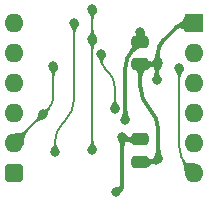
<source format=gbl>
%TF.GenerationSoftware,KiCad,Pcbnew,9.0.2*%
%TF.CreationDate,2025-06-17T11:02:49+02:00*%
%TF.ProjectId,HCP65 Native Memory Select,48435036-3520-44e6-9174-697665204d65,V0*%
%TF.SameCoordinates,Original*%
%TF.FileFunction,Copper,L2,Bot*%
%TF.FilePolarity,Positive*%
%FSLAX46Y46*%
G04 Gerber Fmt 4.6, Leading zero omitted, Abs format (unit mm)*
G04 Created by KiCad (PCBNEW 9.0.2) date 2025-06-17 11:02:49*
%MOMM*%
%LPD*%
G01*
G04 APERTURE LIST*
G04 Aperture macros list*
%AMRoundRect*
0 Rectangle with rounded corners*
0 $1 Rounding radius*
0 $2 $3 $4 $5 $6 $7 $8 $9 X,Y pos of 4 corners*
0 Add a 4 corners polygon primitive as box body*
4,1,4,$2,$3,$4,$5,$6,$7,$8,$9,$2,$3,0*
0 Add four circle primitives for the rounded corners*
1,1,$1+$1,$2,$3*
1,1,$1+$1,$4,$5*
1,1,$1+$1,$6,$7*
1,1,$1+$1,$8,$9*
0 Add four rect primitives between the rounded corners*
20,1,$1+$1,$2,$3,$4,$5,0*
20,1,$1+$1,$4,$5,$6,$7,0*
20,1,$1+$1,$6,$7,$8,$9,0*
20,1,$1+$1,$8,$9,$2,$3,0*%
G04 Aperture macros list end*
%TA.AperFunction,ComponentPad*%
%ADD10R,1.600000X1.600000*%
%TD*%
%TA.AperFunction,ComponentPad*%
%ADD11O,1.600000X1.600000*%
%TD*%
%TA.AperFunction,ComponentPad*%
%ADD12RoundRect,0.400000X-0.400000X-0.400000X0.400000X-0.400000X0.400000X0.400000X-0.400000X0.400000X0*%
%TD*%
%TA.AperFunction,SMDPad,CuDef*%
%ADD13RoundRect,0.250000X-0.475000X0.250000X-0.475000X-0.250000X0.475000X-0.250000X0.475000X0.250000X0*%
%TD*%
%TA.AperFunction,ViaPad*%
%ADD14C,0.800000*%
%TD*%
%TA.AperFunction,Conductor*%
%ADD15C,0.380000*%
%TD*%
%TA.AperFunction,Conductor*%
%ADD16C,0.200000*%
%TD*%
G04 APERTURE END LIST*
D10*
%TO.P,J2,12,Pin_12*%
%TO.N,GND*%
X15240000Y0D03*
D11*
%TO.P,J2,11,Pin_11*%
%TO.N,~{Native Latch}*%
X15240000Y-2540000D03*
%TO.P,J2,10,Pin_10*%
%TO.N,unconnected-(J2-Pin_10-Pad10)*%
X15240000Y-5080000D03*
%TO.P,J2,9,Pin_9*%
%TO.N,~{ROM_{OUT}}*%
X15240000Y-7620000D03*
%TO.P,J2,8,Pin_8*%
%TO.N,unconnected-(J2-Pin_8-Pad8)*%
X15240000Y-10160000D03*
%TO.P,J2,7,Pin_7*%
%TO.N,~{RAM_{OUT}}*%
X15240000Y-12700000D03*
D12*
%TO.P,J2,6,Pin_6*%
%TO.N,3.3V*%
X0Y-12700000D03*
D11*
%TO.P,J2,5,Pin_5*%
%TO.N,~{ROM}_{IN}*%
X0Y-10160000D03*
%TO.P,J2,4,Pin_4*%
%TO.N,5V*%
X0Y-7620000D03*
%TO.P,J2,3,Pin_3*%
%TO.N,~{RAM}_{IN}*%
X0Y-5080000D03*
%TO.P,J2,2,Pin_2*%
%TO.N,unconnected-(J2-Pin_2-Pad2)*%
X0Y-2540000D03*
%TO.P,J2,1,Pin_1*%
%TO.N,Native Latch*%
X0Y0D03*
%TD*%
D13*
%TO.P,C2,2*%
%TO.N,GND*%
X10668000Y-3506000D03*
%TO.P,C2,1*%
%TO.N,5V*%
X10668000Y-1606000D03*
%TD*%
%TO.P,C1,2*%
%TO.N,GND*%
X10668000Y-11761000D03*
%TO.P,C1,1*%
%TO.N,3.3V*%
X10668000Y-9861000D03*
%TD*%
D14*
%TO.N,GND*%
X12065000Y-4866998D03*
X12128626Y-3366998D03*
%TO.N,~{RAM_{OUT}}*%
X13970000Y-3810000D03*
%TO.N,Native Latch*%
X5080000Y0D03*
X3429000Y-10922000D03*
%TO.N,~{RAM}_{IN}*%
X7366000Y-2667000D03*
%TO.N,GND*%
X12192000Y-11557000D03*
%TO.N,~{ROM}_{IN}*%
X2413000Y-7747000D03*
%TO.N,~{RAM}_{IN}*%
X8509000Y-7243000D03*
%TO.N,3.3V*%
X8636000Y-14351000D03*
X9144000Y-9652000D03*
%TO.N,~{ROM}_{IN}*%
X3302000Y-3683000D03*
%TO.N,5V*%
X9398000Y-8255000D03*
%TO.N,~{Native Latch}*%
X6604000Y-10795000D03*
X6604000Y-1397000D03*
X6604000Y1143000D03*
%TO.N,5V*%
X10668000Y-762000D03*
%TD*%
D15*
%TO.N,3.3V*%
X9248500Y-9756500D02*
G75*
G03*
X9500785Y-9861006I252300J252300D01*
G01*
X9144000Y-13483789D02*
G75*
G02*
X8890003Y-14097003I-867200J-11D01*
G01*
%TO.N,5V*%
X10668000Y-1184000D02*
G75*
G02*
X10369601Y-1904400I-1018800J0D01*
G01*
X10033000Y-2241000D02*
G75*
G03*
X9398011Y-3774025I1533000J-1533000D01*
G01*
%TO.N,GND*%
X10668000Y-5399369D02*
G75*
G03*
X11430000Y-7239000I2601630J-1D01*
G01*
X12096813Y-3398811D02*
G75*
G03*
X12065005Y-3475614I76787J-76789D01*
G01*
X12628068Y-1431931D02*
G75*
G03*
X12123848Y-2649186I1217232J-1217269D01*
G01*
X12123865Y-3358870D02*
G75*
G03*
X12126229Y-3364633I8135J-30D01*
G01*
X11328812Y-3506000D02*
G75*
G03*
X10668000Y-4166812I-12J-660800D01*
G01*
X11430000Y-7239000D02*
G75*
G02*
X12191987Y-9078630I-1839600J-1839600D01*
G01*
X12090000Y-11659000D02*
G75*
G02*
X11843750Y-11761021I-246300J246300D01*
G01*
X14650000Y0D02*
G75*
G03*
X13642804Y-417191I0J-1424400D01*
G01*
X12059125Y-3436499D02*
G75*
G02*
X11891334Y-3506022I-167825J167799D01*
G01*
D16*
%TO.N,~{RAM_{OUT}}*%
X13970000Y-10531974D02*
G75*
G03*
X14605001Y-12064999I2168030J4D01*
G01*
%TO.N,~{RAM}_{IN}*%
X7366000Y-3111500D02*
G75*
G03*
X7680312Y-3870304I1073100J0D01*
G01*
X7937500Y-4127500D02*
G75*
G02*
X8508990Y-5507223I-1379700J-1379700D01*
G01*
%TO.N,Native Latch*%
X5080000Y-6325566D02*
G75*
G02*
X4254498Y-8318498I-2818440J6D01*
G01*
X4057617Y-8515382D02*
G75*
G03*
X3428998Y-10033000I1517613J-1517618D01*
G01*
%TO.N,~{ROM}_{IN}*%
X3302000Y-6229382D02*
G75*
G02*
X2857499Y-7302499I-1517620J2D01*
G01*
D15*
%TO.N,GND*%
X12065000Y-3475614D02*
X12065000Y-4866998D01*
X12128626Y-3366998D02*
X12059125Y-3436499D01*
X11328812Y-3506000D02*
X11891334Y-3506000D01*
X12126245Y-3364617D02*
X12128626Y-3366998D01*
X12096813Y-3398811D02*
X12128626Y-3366998D01*
X12123865Y-2649186D02*
X12123865Y-3358870D01*
X12628068Y-1431931D02*
X13642806Y-417193D01*
D16*
%TO.N,~{RAM_{OUT}}*%
X13970000Y-3810000D02*
X13970000Y-10531974D01*
X14605000Y-12065000D02*
X15240000Y-12700000D01*
%TO.N,~{Native Latch}*%
X6604000Y-1397000D02*
X6604000Y-10795000D01*
X6604000Y-1397000D02*
X6604000Y1143000D01*
%TO.N,Native Latch*%
X5080000Y0D02*
X5080000Y-6325566D01*
X3429000Y-10922000D02*
X3429000Y-10033000D01*
X4254499Y-8318499D02*
X4057617Y-8515382D01*
D15*
%TO.N,GND*%
X12192000Y-11557000D02*
X12192000Y-9078630D01*
X10668000Y-5399369D02*
X10668000Y-4166812D01*
X12192000Y-11557000D02*
X12090000Y-11659000D01*
X11843750Y-11761000D02*
X10668000Y-11761000D01*
D16*
%TO.N,~{ROM}_{IN}*%
X2413000Y-7747000D02*
X0Y-10160000D01*
D15*
%TO.N,5V*%
X9398000Y-8255000D02*
X9398000Y-3774025D01*
X10369600Y-1904399D02*
X10033000Y-2241000D01*
%TO.N,3.3V*%
X9248500Y-9756500D02*
X9144000Y-9652000D01*
X9500785Y-9861000D02*
X10668000Y-9861000D01*
X9144000Y-13483789D02*
X9144000Y-9652000D01*
X8636000Y-14351000D02*
X8890000Y-14097000D01*
D16*
%TO.N,~{ROM}_{IN}*%
X3302000Y-3683000D02*
X3302000Y-6229382D01*
X2413000Y-7747000D02*
X2857500Y-7302500D01*
D15*
%TO.N,5V*%
X10668000Y-1184000D02*
X10668000Y-762000D01*
D16*
%TO.N,~{RAM}_{IN}*%
X7680308Y-3870308D02*
X7937500Y-4127500D01*
X8509000Y-7243000D02*
X8509000Y-5507223D01*
X7366000Y-3111500D02*
X7366000Y-2667000D01*
%TD*%
%TA.AperFunction,Conductor*%
%TO.N,3.3V*%
G36*
X9375241Y-9326976D02*
G01*
X9376196Y-9327690D01*
X9485336Y-9418321D01*
X9486771Y-9419739D01*
X9565040Y-9511709D01*
X9651096Y-9606227D01*
X9651097Y-9606228D01*
X9690030Y-9632322D01*
X9737376Y-9652324D01*
X9737379Y-9652324D01*
X9737380Y-9652325D01*
X9746549Y-9654310D01*
X9801306Y-9666165D01*
X9871180Y-9670342D01*
X9879234Y-9674256D01*
X9882182Y-9682021D01*
X9882182Y-10039668D01*
X9878755Y-10047941D01*
X9870856Y-10051362D01*
X9690768Y-10057127D01*
X9690736Y-10057129D01*
X9551909Y-10069690D01*
X9529199Y-10072056D01*
X9528543Y-10072106D01*
X9343900Y-10080885D01*
X9342353Y-10080856D01*
X9239421Y-10072106D01*
X9223679Y-10070767D01*
X9222737Y-10070648D01*
X9142242Y-10057127D01*
X9077824Y-10046306D01*
X9070233Y-10041556D01*
X9068224Y-10032830D01*
X9068281Y-10032514D01*
X9137105Y-9682021D01*
X9142546Y-9654308D01*
X9144310Y-9650047D01*
X9359007Y-9330170D01*
X9366462Y-9325211D01*
X9375241Y-9326976D01*
G37*
%TD.AperFunction*%
%TD*%
%TA.AperFunction,Conductor*%
%TO.N,3.3V*%
G36*
X9285547Y-13761056D02*
G01*
X9292992Y-13766031D01*
X9294739Y-13774813D01*
X9294615Y-13775368D01*
X9268950Y-13878052D01*
X9268552Y-13879329D01*
X9236136Y-13965639D01*
X9235385Y-13967254D01*
X9163102Y-14095980D01*
X9162782Y-14096515D01*
X9152488Y-14112753D01*
X9082638Y-14243214D01*
X9082637Y-14243216D01*
X9053764Y-14324816D01*
X9030965Y-14418177D01*
X9025673Y-14425401D01*
X9017345Y-14426882D01*
X8640589Y-14352919D01*
X8633131Y-14347962D01*
X8633103Y-14347921D01*
X8420709Y-14028833D01*
X8418978Y-14020047D01*
X8423966Y-14012610D01*
X8424616Y-14012207D01*
X8485016Y-13977653D01*
X8486398Y-13976980D01*
X8553386Y-13949660D01*
X8554845Y-13949175D01*
X8678459Y-13917061D01*
X8678641Y-13917016D01*
X8739270Y-13903028D01*
X8823239Y-13868945D01*
X8854793Y-13843538D01*
X8881944Y-13808854D01*
X8906399Y-13757452D01*
X8922034Y-13699861D01*
X8927508Y-13692775D01*
X8935605Y-13691452D01*
X9285547Y-13761056D01*
G37*
%TD.AperFunction*%
%TD*%
%TA.AperFunction,Conductor*%
%TO.N,GND*%
G36*
X10676239Y-3513173D02*
G01*
X11115359Y-3948804D01*
X11149757Y-3982929D01*
X11153217Y-3991188D01*
X11149823Y-3999475D01*
X11144083Y-4002650D01*
X11096704Y-4013299D01*
X11053444Y-4034212D01*
X11053437Y-4034217D01*
X11007061Y-4071799D01*
X11007059Y-4071801D01*
X11007057Y-4071803D01*
X10968176Y-4119736D01*
X10968172Y-4119741D01*
X10925178Y-4199165D01*
X10894213Y-4286022D01*
X10868045Y-4405791D01*
X10868042Y-4405808D01*
X10859069Y-4494115D01*
X10854823Y-4501999D01*
X10847429Y-4504632D01*
X10489599Y-4504632D01*
X10481326Y-4501205D01*
X10477899Y-4493034D01*
X10477777Y-4479130D01*
X10477494Y-4446756D01*
X10453695Y-4289997D01*
X10405934Y-4162295D01*
X10375262Y-4119741D01*
X10342106Y-4073740D01*
X10342104Y-4073738D01*
X10284264Y-4034216D01*
X10264187Y-4020497D01*
X10264181Y-4020495D01*
X10218860Y-4006332D01*
X10192547Y-4003587D01*
X10184674Y-3999320D01*
X10182124Y-3990736D01*
X10185519Y-3983646D01*
X10659760Y-3513173D01*
X10668047Y-3509780D01*
X10676239Y-3513173D01*
G37*
%TD.AperFunction*%
%TD*%
%TA.AperFunction,Conductor*%
%TO.N,GND*%
G36*
X11976280Y-11234213D02*
G01*
X11976980Y-11235151D01*
X12191687Y-11555044D01*
X12193453Y-11559310D01*
X12267712Y-11937480D01*
X12265943Y-11946258D01*
X12258485Y-11951215D01*
X12258136Y-11951278D01*
X12109292Y-11975846D01*
X12108256Y-11975970D01*
X11987314Y-11984980D01*
X11985671Y-11984986D01*
X11788027Y-11971883D01*
X11787500Y-11971836D01*
X11727433Y-11965116D01*
X11462916Y-11951568D01*
X11454828Y-11947722D01*
X11451814Y-11939883D01*
X11451814Y-11581615D01*
X11455241Y-11573342D01*
X11462377Y-11569970D01*
X11572607Y-11559228D01*
X11656204Y-11526473D01*
X11717547Y-11476577D01*
X11771583Y-11413381D01*
X11847643Y-11325662D01*
X11849011Y-11324326D01*
X11959808Y-11232655D01*
X11968365Y-11230023D01*
X11976280Y-11234213D01*
G37*
%TD.AperFunction*%
%TD*%
%TA.AperFunction,Conductor*%
%TO.N,GND*%
G36*
X14455384Y625720D02*
G01*
X15230463Y8857D01*
X15234802Y1023D01*
X15232332Y-7584D01*
X15231450Y-8571D01*
X14458337Y-781663D01*
X14450064Y-785090D01*
X14441791Y-781663D01*
X14438410Y-774430D01*
X14434003Y-725029D01*
X14419267Y-667068D01*
X14419264Y-667060D01*
X14395105Y-614254D01*
X14395102Y-614250D01*
X14363350Y-569886D01*
X14318920Y-528514D01*
X14278850Y-503606D01*
X14267850Y-496768D01*
X14199057Y-469794D01*
X14128232Y-454778D01*
X14126454Y-454401D01*
X14126453Y-454400D01*
X14126444Y-454399D01*
X14041643Y-449014D01*
X14041632Y-449015D01*
X14041630Y-449015D01*
X14041628Y-449015D01*
X14001571Y-451896D01*
X13961510Y-454778D01*
X13851716Y-484157D01*
X13842838Y-482985D01*
X13840280Y-480987D01*
X13829460Y-469794D01*
X13591541Y-223663D01*
X13588255Y-215333D01*
X13591821Y-207119D01*
X13594254Y-205312D01*
X13826709Y-75793D01*
X14064698Y95793D01*
X14243801Y261208D01*
X14289284Y318500D01*
X14359329Y406730D01*
X14359332Y406735D01*
X14390385Y469201D01*
X14421089Y530964D01*
X14436577Y618602D01*
X14441391Y626152D01*
X14450134Y628086D01*
X14455384Y625720D01*
G37*
%TD.AperFunction*%
%TD*%
%TA.AperFunction,Conductor*%
%TO.N,GND*%
G36*
X12252182Y-4078111D02*
G01*
X12255592Y-4085760D01*
X12262283Y-4210999D01*
X12273481Y-4269119D01*
X12282006Y-4313369D01*
X12282007Y-4313371D01*
X12310973Y-4395036D01*
X12310973Y-4395038D01*
X12345945Y-4469151D01*
X12346026Y-4469326D01*
X12401434Y-4591939D01*
X12402030Y-4593572D01*
X12453873Y-4776802D01*
X12452828Y-4785695D01*
X12445800Y-4791245D01*
X12444926Y-4791457D01*
X12067311Y-4867532D01*
X12062689Y-4867532D01*
X11685038Y-4791450D01*
X11677605Y-4786456D01*
X11675879Y-4777669D01*
X11676082Y-4776827D01*
X11725735Y-4599417D01*
X11726325Y-4597786D01*
X11783974Y-4469326D01*
X11784041Y-4469180D01*
X11812485Y-4409874D01*
X11857179Y-4275612D01*
X11870272Y-4186854D01*
X11874528Y-4085891D01*
X11878301Y-4077770D01*
X11886218Y-4074684D01*
X12243909Y-4074684D01*
X12252182Y-4078111D01*
G37*
%TD.AperFunction*%
%TD*%
%TA.AperFunction,Conductor*%
%TO.N,GND*%
G36*
X12508799Y-3442588D02*
G01*
X12516231Y-3447581D01*
X12517957Y-3456368D01*
X12517806Y-3457017D01*
X12491656Y-3557014D01*
X12491171Y-3558472D01*
X12455956Y-3644825D01*
X12455110Y-3646500D01*
X12375727Y-3776628D01*
X12375598Y-3776834D01*
X12318858Y-3865637D01*
X12318853Y-3865647D01*
X12272995Y-3984637D01*
X12272992Y-3984648D01*
X12259749Y-4063001D01*
X12259748Y-4063007D01*
X12256856Y-4121655D01*
X12255559Y-4147988D01*
X12255549Y-4148188D01*
X12251719Y-4156283D01*
X12243863Y-4159312D01*
X11886330Y-4159312D01*
X11878057Y-4155885D01*
X11874636Y-4147988D01*
X11870312Y-4013440D01*
X11866841Y-3984641D01*
X11857224Y-3904845D01*
X11846842Y-3865637D01*
X11811703Y-3732923D01*
X11811699Y-3732912D01*
X11811697Y-3732903D01*
X11800296Y-3696712D01*
X11800118Y-3696088D01*
X11739342Y-3456956D01*
X11740626Y-3448094D01*
X11747800Y-3442734D01*
X11748348Y-3442609D01*
X12126318Y-3366463D01*
X12130934Y-3366463D01*
X12508799Y-3442588D01*
G37*
%TD.AperFunction*%
%TD*%
%TA.AperFunction,Conductor*%
%TO.N,GND*%
G36*
X11242261Y-3037300D02*
G01*
X11243862Y-3039880D01*
X11243879Y-3039872D01*
X11243994Y-3040095D01*
X11244034Y-3040158D01*
X11244066Y-3040233D01*
X11270515Y-3091112D01*
X11306595Y-3135602D01*
X11306602Y-3135609D01*
X11362832Y-3182757D01*
X11362837Y-3182760D01*
X11362840Y-3182763D01*
X11428792Y-3221350D01*
X11428797Y-3221352D01*
X11428801Y-3221354D01*
X11529461Y-3261664D01*
X11529463Y-3261664D01*
X11529467Y-3261666D01*
X11635284Y-3289310D01*
X11774643Y-3310167D01*
X11774641Y-3310167D01*
X11819371Y-3312426D01*
X11879163Y-3315446D01*
X11887253Y-3319286D01*
X11890273Y-3327062D01*
X11892391Y-3684380D01*
X11889013Y-3692673D01*
X11880846Y-3696148D01*
X11865694Y-3696348D01*
X11865684Y-3696348D01*
X11865681Y-3696349D01*
X11742480Y-3709025D01*
X11667373Y-3716753D01*
X11495770Y-3762270D01*
X11369961Y-3824629D01*
X11286338Y-3899349D01*
X11286336Y-3899351D01*
X11245517Y-3974384D01*
X11238553Y-3980014D01*
X11229648Y-3979071D01*
X11227707Y-3977746D01*
X11134525Y-3899349D01*
X10893003Y-3696148D01*
X10677642Y-3514957D01*
X10673517Y-3507008D01*
X10676221Y-3498472D01*
X10677634Y-3497058D01*
X11225776Y-3035878D01*
X11234312Y-3033175D01*
X11242261Y-3037300D01*
G37*
%TD.AperFunction*%
%TD*%
%TA.AperFunction,Conductor*%
%TO.N,GND*%
G36*
X11912912Y-3044165D02*
G01*
X11913386Y-3044821D01*
X12126907Y-3362948D01*
X12128672Y-3371727D01*
X12128662Y-3371779D01*
X12052831Y-3748186D01*
X12047837Y-3755619D01*
X12039400Y-3757409D01*
X11723678Y-3703720D01*
X11418558Y-3695973D01*
X11418549Y-3695973D01*
X11418136Y-3695973D01*
X11373270Y-3695994D01*
X11364996Y-3692571D01*
X11361565Y-3684299D01*
X11361565Y-3326886D01*
X11364992Y-3318613D01*
X11372420Y-3315217D01*
X11493655Y-3306473D01*
X11586760Y-3278940D01*
X11658823Y-3234971D01*
X11727785Y-3176135D01*
X11753786Y-3152961D01*
X11754371Y-3152474D01*
X11896496Y-3042099D01*
X11905131Y-3039732D01*
X11912912Y-3044165D01*
G37*
%TD.AperFunction*%
%TD*%
%TA.AperFunction,Conductor*%
%TO.N,GND*%
G36*
X12302885Y-2652084D02*
G01*
X12311101Y-2655644D01*
X12314381Y-2663204D01*
X12319808Y-2772921D01*
X12339711Y-2863215D01*
X12354123Y-2897504D01*
X12369758Y-2934701D01*
X12369763Y-2934711D01*
X12406080Y-2998802D01*
X12406252Y-2999117D01*
X12470446Y-3120966D01*
X12471093Y-3122427D01*
X12497585Y-3195417D01*
X12497940Y-3196582D01*
X12517982Y-3277082D01*
X12516656Y-3285938D01*
X12509456Y-3291262D01*
X12508940Y-3291379D01*
X12130921Y-3367531D01*
X12126299Y-3367531D01*
X11748771Y-3291472D01*
X11741338Y-3286478D01*
X11739612Y-3277691D01*
X11739837Y-3276771D01*
X11786687Y-3114797D01*
X11787381Y-3112982D01*
X11843603Y-2996437D01*
X11843749Y-2996146D01*
X11866954Y-2951834D01*
X11882811Y-2909845D01*
X11913252Y-2829245D01*
X11913253Y-2829241D01*
X11927521Y-2748620D01*
X11933197Y-2657262D01*
X11937130Y-2649218D01*
X11945060Y-2646290D01*
X12302885Y-2652084D01*
G37*
%TD.AperFunction*%
%TD*%
%TA.AperFunction,Conductor*%
%TO.N,~{RAM_{OUT}}*%
G36*
X14350070Y-3885569D02*
G01*
X14357503Y-3890563D01*
X14359229Y-3899350D01*
X14359053Y-3900093D01*
X14331442Y-4002213D01*
X14330857Y-4003871D01*
X14292550Y-4090930D01*
X14291515Y-4092799D01*
X14203162Y-4222679D01*
X14203052Y-4222837D01*
X14134335Y-4320353D01*
X14088068Y-4434937D01*
X14074758Y-4510332D01*
X14074757Y-4510341D01*
X14070574Y-4591218D01*
X14066725Y-4599303D01*
X14058890Y-4602314D01*
X13880785Y-4602314D01*
X13872512Y-4598887D01*
X13869124Y-4591565D01*
X13862502Y-4510332D01*
X13859042Y-4467880D01*
X13829688Y-4368287D01*
X13829686Y-4368283D01*
X13787213Y-4290821D01*
X13736886Y-4222752D01*
X13728276Y-4211383D01*
X13698724Y-4172359D01*
X13697950Y-4171197D01*
X13651195Y-4090930D01*
X13628140Y-4051350D01*
X13627295Y-4049568D01*
X13600407Y-3977822D01*
X13600018Y-3976578D01*
X13580688Y-3899939D01*
X13581988Y-3891083D01*
X13589171Y-3885736D01*
X13589713Y-3885612D01*
X13967692Y-3809465D01*
X13972308Y-3809465D01*
X14350070Y-3885569D01*
G37*
%TD.AperFunction*%
%TD*%
%TA.AperFunction,Conductor*%
%TO.N,~{RAM_{OUT}}*%
G36*
X14351835Y-11568672D02*
G01*
X14415232Y-11666416D01*
X14483924Y-11746780D01*
X14553175Y-11804257D01*
X14553179Y-11804259D01*
X14553181Y-11804261D01*
X14624316Y-11842667D01*
X14624320Y-11842668D01*
X14624322Y-11842669D01*
X14698632Y-11865800D01*
X14698634Y-11865800D01*
X14698639Y-11865802D01*
X14777461Y-11877474D01*
X14953846Y-11881653D01*
X15161998Y-11885566D01*
X15163257Y-11885657D01*
X15383641Y-11913785D01*
X15391414Y-11918232D01*
X15393766Y-11926872D01*
X15393637Y-11927664D01*
X15242022Y-12693180D01*
X15237053Y-12700630D01*
X15232814Y-12702385D01*
X14467324Y-12853709D01*
X14458543Y-12851951D01*
X14453577Y-12844500D01*
X14453495Y-12844033D01*
X14412743Y-12582594D01*
X14412647Y-12581789D01*
X14395753Y-12375996D01*
X14392951Y-12333496D01*
X14369694Y-12133344D01*
X14347030Y-12040250D01*
X14311673Y-11938238D01*
X14254256Y-11810554D01*
X14177990Y-11669357D01*
X14177074Y-11660451D01*
X14182433Y-11653668D01*
X14336171Y-11564906D01*
X14345047Y-11563738D01*
X14351835Y-11568672D01*
G37*
%TD.AperFunction*%
%TD*%
%TA.AperFunction,Conductor*%
%TO.N,~{Native Latch}*%
G36*
X6701488Y-10006113D02*
G01*
X6704876Y-10013435D01*
X6714958Y-10137120D01*
X6744312Y-10236714D01*
X6744313Y-10236716D01*
X6786785Y-10314178D01*
X6837113Y-10382247D01*
X6837168Y-10382319D01*
X6875272Y-10432635D01*
X6876049Y-10433801D01*
X6945858Y-10553647D01*
X6946704Y-10555430D01*
X6973592Y-10627177D01*
X6973981Y-10628421D01*
X6993311Y-10705056D01*
X6992011Y-10713916D01*
X6984828Y-10719263D01*
X6984277Y-10719388D01*
X6606311Y-10795534D01*
X6601689Y-10795534D01*
X6223929Y-10719430D01*
X6216496Y-10714436D01*
X6214770Y-10705649D01*
X6214946Y-10704906D01*
X6235797Y-10627789D01*
X6242559Y-10602778D01*
X6243139Y-10601135D01*
X6281451Y-10514062D01*
X6282480Y-10512203D01*
X6370887Y-10382247D01*
X6370917Y-10382203D01*
X6439665Y-10284644D01*
X6485932Y-10170062D01*
X6499241Y-10094673D01*
X6503426Y-10013782D01*
X6507275Y-10005697D01*
X6515110Y-10002686D01*
X6693215Y-10002686D01*
X6701488Y-10006113D01*
G37*
%TD.AperFunction*%
%TD*%
%TA.AperFunction,Conductor*%
%TO.N,~{Native Latch}*%
G36*
X6984070Y-1472569D02*
G01*
X6991503Y-1477563D01*
X6993229Y-1486350D01*
X6993053Y-1487093D01*
X6965442Y-1589213D01*
X6964857Y-1590871D01*
X6926550Y-1677930D01*
X6925515Y-1679799D01*
X6837162Y-1809679D01*
X6837052Y-1809837D01*
X6768335Y-1907353D01*
X6722068Y-2021937D01*
X6708758Y-2097332D01*
X6708757Y-2097341D01*
X6704574Y-2178218D01*
X6700725Y-2186303D01*
X6692890Y-2189314D01*
X6514785Y-2189314D01*
X6506512Y-2185887D01*
X6503124Y-2178565D01*
X6496502Y-2097332D01*
X6493042Y-2054880D01*
X6463688Y-1955287D01*
X6463686Y-1955283D01*
X6421213Y-1877821D01*
X6370886Y-1809752D01*
X6362276Y-1798383D01*
X6332724Y-1759359D01*
X6331950Y-1758197D01*
X6285195Y-1677930D01*
X6262140Y-1638350D01*
X6261295Y-1636568D01*
X6234407Y-1564822D01*
X6234018Y-1563578D01*
X6214688Y-1486939D01*
X6215988Y-1478083D01*
X6223171Y-1472736D01*
X6223713Y-1472612D01*
X6601692Y-1396465D01*
X6606308Y-1396465D01*
X6984070Y-1472569D01*
G37*
%TD.AperFunction*%
%TD*%
%TA.AperFunction,Conductor*%
%TO.N,~{Native Latch}*%
G36*
X6701488Y-608113D02*
G01*
X6704876Y-615435D01*
X6714958Y-739120D01*
X6744312Y-838714D01*
X6744313Y-838716D01*
X6786785Y-916178D01*
X6837113Y-984247D01*
X6837168Y-984319D01*
X6875272Y-1034635D01*
X6876049Y-1035801D01*
X6945858Y-1155647D01*
X6946704Y-1157430D01*
X6973592Y-1229177D01*
X6973981Y-1230421D01*
X6993311Y-1307056D01*
X6992011Y-1315916D01*
X6984828Y-1321263D01*
X6984277Y-1321388D01*
X6606311Y-1397534D01*
X6601689Y-1397534D01*
X6223929Y-1321430D01*
X6216496Y-1316436D01*
X6214770Y-1307649D01*
X6214946Y-1306906D01*
X6235797Y-1229789D01*
X6242559Y-1204778D01*
X6243139Y-1203135D01*
X6281451Y-1116062D01*
X6282480Y-1114203D01*
X6370887Y-984247D01*
X6370917Y-984203D01*
X6439665Y-886644D01*
X6485932Y-772062D01*
X6499241Y-696673D01*
X6503426Y-615782D01*
X6507275Y-607697D01*
X6515110Y-604686D01*
X6693215Y-604686D01*
X6701488Y-608113D01*
G37*
%TD.AperFunction*%
%TD*%
%TA.AperFunction,Conductor*%
%TO.N,~{Native Latch}*%
G36*
X6984070Y1067430D02*
G01*
X6991503Y1062436D01*
X6993229Y1053649D01*
X6993053Y1052906D01*
X6965442Y950786D01*
X6964857Y949128D01*
X6926550Y862069D01*
X6925515Y860200D01*
X6872183Y781801D01*
X6837106Y730237D01*
X6789148Y662180D01*
X6768334Y632643D01*
X6748982Y584716D01*
X6722068Y518062D01*
X6716253Y485120D01*
X6708758Y442667D01*
X6708757Y442658D01*
X6704574Y361782D01*
X6700725Y353697D01*
X6692890Y350686D01*
X6514785Y350686D01*
X6506512Y354113D01*
X6503124Y361435D01*
X6496502Y442667D01*
X6493042Y485120D01*
X6463688Y584713D01*
X6421213Y662180D01*
X6370894Y730236D01*
X6332719Y780646D01*
X6331958Y781788D01*
X6262138Y901652D01*
X6261297Y903424D01*
X6234405Y975182D01*
X6234021Y976411D01*
X6214688Y1053059D01*
X6215988Y1061916D01*
X6223171Y1067263D01*
X6223722Y1067388D01*
X6601689Y1143534D01*
X6606311Y1143534D01*
X6984070Y1067430D01*
G37*
%TD.AperFunction*%
%TD*%
%TA.AperFunction,Conductor*%
%TO.N,Native Latch*%
G36*
X5460070Y-75569D02*
G01*
X5467503Y-80563D01*
X5469229Y-89350D01*
X5469053Y-90093D01*
X5441442Y-192213D01*
X5440857Y-193871D01*
X5402550Y-280930D01*
X5401515Y-282799D01*
X5313162Y-412679D01*
X5313052Y-412837D01*
X5244335Y-510353D01*
X5198068Y-624937D01*
X5184758Y-700332D01*
X5184757Y-700341D01*
X5180574Y-781218D01*
X5176725Y-789303D01*
X5168890Y-792314D01*
X4990785Y-792314D01*
X4982512Y-788887D01*
X4979124Y-781565D01*
X4972502Y-700332D01*
X4969042Y-657880D01*
X4939688Y-558287D01*
X4939686Y-558283D01*
X4897213Y-480821D01*
X4846886Y-412752D01*
X4838276Y-401383D01*
X4808724Y-362359D01*
X4807950Y-361197D01*
X4761195Y-280930D01*
X4738140Y-241350D01*
X4737295Y-239568D01*
X4710407Y-167822D01*
X4710018Y-166578D01*
X4690688Y-89939D01*
X4691988Y-81083D01*
X4699171Y-75736D01*
X4699713Y-75612D01*
X5077692Y535D01*
X5082308Y535D01*
X5460070Y-75569D01*
G37*
%TD.AperFunction*%
%TD*%
%TA.AperFunction,Conductor*%
%TO.N,Native Latch*%
G36*
X3526488Y-10133113D02*
G01*
X3529876Y-10140435D01*
X3539958Y-10264120D01*
X3569312Y-10363714D01*
X3569313Y-10363716D01*
X3611785Y-10441178D01*
X3662113Y-10509247D01*
X3662168Y-10509319D01*
X3700272Y-10559635D01*
X3701049Y-10560801D01*
X3770858Y-10680647D01*
X3771704Y-10682430D01*
X3798592Y-10754177D01*
X3798981Y-10755421D01*
X3818311Y-10832056D01*
X3817011Y-10840916D01*
X3809828Y-10846263D01*
X3809277Y-10846388D01*
X3431311Y-10922534D01*
X3426689Y-10922534D01*
X3048929Y-10846430D01*
X3041496Y-10841436D01*
X3039770Y-10832649D01*
X3039946Y-10831906D01*
X3060797Y-10754789D01*
X3067559Y-10729778D01*
X3068139Y-10728135D01*
X3106451Y-10641062D01*
X3107480Y-10639203D01*
X3195887Y-10509247D01*
X3195917Y-10509203D01*
X3264665Y-10411644D01*
X3310932Y-10297062D01*
X3324241Y-10221673D01*
X3328426Y-10140782D01*
X3332275Y-10132697D01*
X3340110Y-10129686D01*
X3518215Y-10129686D01*
X3526488Y-10133113D01*
G37*
%TD.AperFunction*%
%TD*%
%TA.AperFunction,Conductor*%
%TO.N,GND*%
G36*
X12379182Y-10768113D02*
G01*
X12382592Y-10775762D01*
X12389283Y-10901001D01*
X12400481Y-10959121D01*
X12409006Y-11003371D01*
X12409007Y-11003373D01*
X12437973Y-11085038D01*
X12437973Y-11085040D01*
X12472945Y-11159153D01*
X12473026Y-11159328D01*
X12528434Y-11281941D01*
X12529030Y-11283574D01*
X12580873Y-11466804D01*
X12579828Y-11475697D01*
X12572800Y-11481247D01*
X12571926Y-11481459D01*
X12194311Y-11557534D01*
X12189689Y-11557534D01*
X11812038Y-11481452D01*
X11804605Y-11476458D01*
X11802879Y-11467671D01*
X11803082Y-11466829D01*
X11852735Y-11289419D01*
X11853325Y-11287788D01*
X11910974Y-11159328D01*
X11911041Y-11159182D01*
X11939485Y-11099876D01*
X11984179Y-10965614D01*
X11997272Y-10876856D01*
X12001528Y-10775893D01*
X12005301Y-10767772D01*
X12013218Y-10764686D01*
X12370909Y-10764686D01*
X12379182Y-10768113D01*
G37*
%TD.AperFunction*%
%TD*%
%TA.AperFunction,Conductor*%
%TO.N,GND*%
G36*
X11242234Y-11292324D02*
G01*
X11244309Y-11295944D01*
X11244591Y-11296739D01*
X11271800Y-11350027D01*
X11271806Y-11350036D01*
X11308242Y-11396490D01*
X11363538Y-11444940D01*
X11363540Y-11444941D01*
X11363541Y-11444942D01*
X11427644Y-11484434D01*
X11481007Y-11507107D01*
X11522276Y-11524643D01*
X11620650Y-11552044D01*
X11620656Y-11552045D01*
X11620663Y-11552047D01*
X11719853Y-11568058D01*
X11740031Y-11571316D01*
X11740033Y-11571316D01*
X11740044Y-11571318D01*
X11740049Y-11571318D01*
X11740055Y-11571319D01*
X11774135Y-11573187D01*
X11831852Y-11576352D01*
X11839925Y-11580226D01*
X11842512Y-11585005D01*
X11934847Y-11929477D01*
X11933679Y-11938355D01*
X11926575Y-11943807D01*
X11923817Y-11944203D01*
X11891716Y-11944947D01*
X11680027Y-11969650D01*
X11499931Y-12018695D01*
X11370014Y-12082844D01*
X11370013Y-12082844D01*
X11285479Y-12157182D01*
X11245550Y-12229509D01*
X11238551Y-12235095D01*
X11229652Y-12234097D01*
X11227777Y-12232809D01*
X10677678Y-11770208D01*
X10673551Y-11762260D01*
X10676253Y-11753723D01*
X10677670Y-11752304D01*
X11225750Y-11290907D01*
X11234284Y-11288202D01*
X11242234Y-11292324D01*
G37*
%TD.AperFunction*%
%TD*%
%TA.AperFunction,Conductor*%
%TO.N,~{ROM}_{IN}*%
G36*
X1057802Y-8976800D02*
G01*
X1183195Y-9102193D01*
X1186622Y-9110466D01*
X1183452Y-9118474D01*
X1086635Y-9221602D01*
X1086632Y-9221606D01*
X1006783Y-9321640D01*
X1006782Y-9321641D01*
X948006Y-9413573D01*
X906643Y-9500665D01*
X906642Y-9500667D01*
X879032Y-9586176D01*
X861516Y-9673369D01*
X861514Y-9673383D01*
X842126Y-9865845D01*
X829695Y-10011495D01*
X829611Y-10012213D01*
X786426Y-10303923D01*
X781824Y-10311606D01*
X773139Y-10313784D01*
X772581Y-10313688D01*
X6979Y-10162227D01*
X-471Y-10157259D01*
X-2228Y-10153020D01*
X-153709Y-9387315D01*
X-151952Y-9378534D01*
X-144502Y-9373566D01*
X-144088Y-9373492D01*
X93650Y-9336212D01*
X94364Y-9336125D01*
X294127Y-9317876D01*
X520354Y-9292748D01*
X674485Y-9247165D01*
X753078Y-9208254D01*
X835773Y-9155073D01*
X936967Y-9074608D01*
X1041526Y-8976538D01*
X1049904Y-8973379D01*
X1057802Y-8976800D01*
G37*
%TD.AperFunction*%
%TD*%
%TA.AperFunction,Conductor*%
%TO.N,~{ROM}_{IN}*%
G36*
X2090160Y-7531267D02*
G01*
X2090637Y-7531568D01*
X2411743Y-7744988D01*
X2415011Y-7748256D01*
X2628314Y-8069186D01*
X2630040Y-8077973D01*
X2625046Y-8085406D01*
X2624397Y-8085808D01*
X2532658Y-8138496D01*
X2531072Y-8139254D01*
X2442430Y-8173726D01*
X2440376Y-8174316D01*
X2286026Y-8203685D01*
X2285836Y-8203719D01*
X2168329Y-8224077D01*
X2168325Y-8224078D01*
X2054594Y-8272382D01*
X2054590Y-8272384D01*
X2054589Y-8272385D01*
X1991869Y-8316281D01*
X1931711Y-8370521D01*
X1923271Y-8373515D01*
X1915603Y-8370104D01*
X1789665Y-8244166D01*
X1786238Y-8235893D01*
X1789019Y-8228320D01*
X1869350Y-8133733D01*
X1919015Y-8042553D01*
X1943758Y-7957741D01*
X1956301Y-7874037D01*
X1964950Y-7811413D01*
X1965227Y-7810032D01*
X2000611Y-7675916D01*
X2001265Y-7674080D01*
X2032992Y-7604321D01*
X2033594Y-7603172D01*
X2074118Y-7535311D01*
X2081300Y-7529967D01*
X2090160Y-7531267D01*
G37*
%TD.AperFunction*%
%TD*%
%TA.AperFunction,Conductor*%
%TO.N,5V*%
G36*
X9585182Y-7466113D02*
G01*
X9588592Y-7473762D01*
X9595283Y-7599001D01*
X9606481Y-7657121D01*
X9615006Y-7701371D01*
X9615007Y-7701373D01*
X9643973Y-7783038D01*
X9643973Y-7783040D01*
X9678945Y-7857153D01*
X9679026Y-7857328D01*
X9734434Y-7979941D01*
X9735030Y-7981574D01*
X9786873Y-8164804D01*
X9785828Y-8173697D01*
X9778800Y-8179247D01*
X9777926Y-8179459D01*
X9400311Y-8255534D01*
X9395689Y-8255534D01*
X9018038Y-8179452D01*
X9010605Y-8174458D01*
X9008879Y-8165671D01*
X9009082Y-8164829D01*
X9058735Y-7987419D01*
X9059325Y-7985788D01*
X9116974Y-7857328D01*
X9117041Y-7857182D01*
X9145485Y-7797876D01*
X9190179Y-7663614D01*
X9203272Y-7574856D01*
X9207528Y-7473893D01*
X9211301Y-7465772D01*
X9219218Y-7462686D01*
X9576909Y-7462686D01*
X9585182Y-7466113D01*
G37*
%TD.AperFunction*%
%TD*%
%TA.AperFunction,Conductor*%
%TO.N,5V*%
G36*
X10668915Y-1608627D02*
G01*
X10671686Y-1612657D01*
X10869471Y-2091344D01*
X10869463Y-2100299D01*
X10863126Y-2106625D01*
X10859737Y-2107462D01*
X10693935Y-2122814D01*
X10693928Y-2122816D01*
X10586118Y-2149705D01*
X10586090Y-2149714D01*
X10484825Y-2186611D01*
X10373530Y-2240642D01*
X10373528Y-2240643D01*
X10273461Y-2302113D01*
X10273448Y-2302122D01*
X10169333Y-2380778D01*
X10092009Y-2451820D01*
X10083598Y-2454894D01*
X10076971Y-2452486D01*
X9881000Y-2302113D01*
X9792908Y-2234518D01*
X9788431Y-2226764D01*
X9790749Y-2218115D01*
X9790980Y-2217824D01*
X9864655Y-2128463D01*
X9867785Y-2122815D01*
X9885221Y-2091344D01*
X9939221Y-1993882D01*
X9976765Y-1863063D01*
X9977978Y-1740608D01*
X9947446Y-1639904D01*
X9948325Y-1630995D01*
X9955248Y-1625315D01*
X9958319Y-1624816D01*
X10660551Y-1605429D01*
X10668915Y-1608627D01*
G37*
%TD.AperFunction*%
%TD*%
%TA.AperFunction,Conductor*%
%TO.N,3.3V*%
G36*
X10106359Y-9387977D02*
G01*
X10108414Y-9389362D01*
X10376919Y-9615401D01*
X10658326Y-9852302D01*
X10662448Y-9860252D01*
X10659742Y-9868788D01*
X10658321Y-9870208D01*
X10109910Y-10331389D01*
X10101373Y-10334091D01*
X10093425Y-10329964D01*
X10091453Y-10326616D01*
X10087641Y-10316655D01*
X10087637Y-10316647D01*
X10058396Y-10266975D01*
X10058395Y-10266973D01*
X10018971Y-10223367D01*
X10018970Y-10223366D01*
X10018968Y-10223364D01*
X9981691Y-10195073D01*
X9956839Y-10176211D01*
X9956835Y-10176208D01*
X9956828Y-10176204D01*
X9884302Y-10137556D01*
X9773880Y-10097014D01*
X9773874Y-10097012D01*
X9658836Y-10069286D01*
X9658818Y-10069283D01*
X9519653Y-10049618D01*
X9519658Y-10049618D01*
X9419184Y-10044545D01*
X9411094Y-10040705D01*
X9408089Y-10032270D01*
X9408473Y-10029831D01*
X9451249Y-9870208D01*
X9500984Y-9684617D01*
X9506434Y-9677515D01*
X9511177Y-9676001D01*
X9681044Y-9659924D01*
X9842121Y-9615404D01*
X9897082Y-9586733D01*
X9964187Y-9551729D01*
X9969957Y-9546331D01*
X10047877Y-9473437D01*
X10090545Y-9392842D01*
X10097444Y-9387134D01*
X10106359Y-9387977D01*
G37*
%TD.AperFunction*%
%TD*%
%TA.AperFunction,Conductor*%
%TO.N,3.3V*%
G36*
X9523961Y-9727547D02*
G01*
X9531394Y-9732541D01*
X9533120Y-9741328D01*
X9532917Y-9742170D01*
X9483264Y-9919578D01*
X9482671Y-9921215D01*
X9425056Y-10049602D01*
X9424931Y-10049872D01*
X9396519Y-10109111D01*
X9396512Y-10109129D01*
X9351821Y-10243380D01*
X9338727Y-10332146D01*
X9334472Y-10433107D01*
X9330699Y-10441228D01*
X9322782Y-10444314D01*
X8965091Y-10444314D01*
X8956818Y-10440887D01*
X8953408Y-10433238D01*
X8946716Y-10307998D01*
X8926994Y-10205629D01*
X8898027Y-10123961D01*
X8863038Y-10049811D01*
X8862973Y-10049670D01*
X8862942Y-10049602D01*
X8807564Y-9927057D01*
X8806968Y-9925424D01*
X8755126Y-9742195D01*
X8756171Y-9733302D01*
X8763199Y-9727752D01*
X8764060Y-9727542D01*
X9141692Y-9651465D01*
X9146308Y-9651465D01*
X9523961Y-9727547D01*
G37*
%TD.AperFunction*%
%TD*%
%TA.AperFunction,Conductor*%
%TO.N,~{ROM}_{IN}*%
G36*
X3682070Y-3758569D02*
G01*
X3689503Y-3763563D01*
X3691229Y-3772350D01*
X3691053Y-3773093D01*
X3663442Y-3875213D01*
X3662857Y-3876871D01*
X3624550Y-3963930D01*
X3623515Y-3965799D01*
X3535162Y-4095679D01*
X3535052Y-4095837D01*
X3466335Y-4193353D01*
X3420068Y-4307937D01*
X3406758Y-4383332D01*
X3406757Y-4383341D01*
X3402574Y-4464218D01*
X3398725Y-4472303D01*
X3390890Y-4475314D01*
X3212785Y-4475314D01*
X3204512Y-4471887D01*
X3201124Y-4464565D01*
X3194502Y-4383332D01*
X3191042Y-4340880D01*
X3161688Y-4241287D01*
X3161686Y-4241283D01*
X3119213Y-4163821D01*
X3068886Y-4095752D01*
X3060276Y-4084383D01*
X3030724Y-4045359D01*
X3029950Y-4044197D01*
X2983195Y-3963930D01*
X2960140Y-3924350D01*
X2959295Y-3922568D01*
X2932407Y-3850822D01*
X2932018Y-3849578D01*
X2912688Y-3772939D01*
X2913988Y-3764083D01*
X2921171Y-3758736D01*
X2921713Y-3758612D01*
X3299692Y-3682465D01*
X3304308Y-3682465D01*
X3682070Y-3758569D01*
G37*
%TD.AperFunction*%
%TD*%
%TA.AperFunction,Conductor*%
%TO.N,~{ROM}_{IN}*%
G36*
X2868336Y-7164343D02*
G01*
X2935283Y-7212983D01*
X3011977Y-7268705D01*
X3016656Y-7276340D01*
X3014749Y-7284788D01*
X2932096Y-7405299D01*
X2932090Y-7405309D01*
X2880402Y-7503449D01*
X2880399Y-7503457D01*
X2849991Y-7599785D01*
X2849985Y-7599808D01*
X2824734Y-7724233D01*
X2824735Y-7724234D01*
X2807535Y-7813504D01*
X2802605Y-7820979D01*
X2793832Y-7822779D01*
X2793789Y-7822770D01*
X2420117Y-7749323D01*
X2412661Y-7744365D01*
X2410895Y-7740105D01*
X2337406Y-7367083D01*
X2339169Y-7358305D01*
X2346623Y-7353344D01*
X2347488Y-7353207D01*
X2534584Y-7331129D01*
X2625981Y-7319814D01*
X2663381Y-7315185D01*
X2663383Y-7315184D01*
X2663387Y-7315184D01*
X2708114Y-7298971D01*
X2752055Y-7272609D01*
X2803712Y-7226099D01*
X2852397Y-7166412D01*
X2860279Y-7162169D01*
X2868336Y-7164343D01*
G37*
%TD.AperFunction*%
%TD*%
%TA.AperFunction,Conductor*%
%TO.N,5V*%
G36*
X10855874Y-765427D02*
G01*
X10859220Y-772327D01*
X10869186Y-856684D01*
X10869186Y-856685D01*
X10869186Y-856687D01*
X10869187Y-856688D01*
X10908939Y-962053D01*
X10971431Y-1040924D01*
X11056020Y-1091553D01*
X11108107Y-1105588D01*
X11124327Y-1107046D01*
X11142957Y-1108721D01*
X11150891Y-1112875D01*
X11153563Y-1121421D01*
X11150150Y-1128680D01*
X10676240Y-1598825D01*
X10667953Y-1602219D01*
X10659760Y-1598825D01*
X10186468Y-1129293D01*
X10183008Y-1121034D01*
X10186402Y-1112747D01*
X10193049Y-1109405D01*
X10246043Y-1101822D01*
X10297491Y-1084366D01*
X10346887Y-1055314D01*
X10386986Y-1018608D01*
X10426252Y-963496D01*
X10453185Y-903786D01*
X10472398Y-828196D01*
X10477093Y-772713D01*
X10481205Y-764759D01*
X10488751Y-762000D01*
X10847601Y-762000D01*
X10855874Y-765427D01*
G37*
%TD.AperFunction*%
%TD*%
%TA.AperFunction,Conductor*%
%TO.N,5V*%
G36*
X11048616Y-837679D02*
G01*
X11056049Y-842673D01*
X11057775Y-851460D01*
X11057727Y-851685D01*
X11022300Y-1011251D01*
X11022104Y-1012010D01*
X10986134Y-1134548D01*
X10985675Y-1135830D01*
X10900772Y-1335551D01*
X10900691Y-1335739D01*
X10791237Y-1581202D01*
X10784738Y-1587362D01*
X10776074Y-1587246D01*
X10445204Y-1450197D01*
X10438872Y-1443865D01*
X10438445Y-1436128D01*
X10468228Y-1333533D01*
X10465690Y-1246736D01*
X10437751Y-1174321D01*
X10394313Y-1104914D01*
X10394188Y-1104708D01*
X10320871Y-979593D01*
X10319832Y-977269D01*
X10279697Y-852506D01*
X10280426Y-843581D01*
X10287252Y-837785D01*
X10288517Y-837455D01*
X10666074Y-761541D01*
X10670685Y-761541D01*
X11048616Y-837679D01*
G37*
%TD.AperFunction*%
%TD*%
%TA.AperFunction,Conductor*%
%TO.N,~{RAM}_{IN}*%
G36*
X8606488Y-6454113D02*
G01*
X8609876Y-6461435D01*
X8619958Y-6585120D01*
X8649312Y-6684714D01*
X8649313Y-6684716D01*
X8691785Y-6762178D01*
X8742113Y-6830247D01*
X8742168Y-6830319D01*
X8780272Y-6880635D01*
X8781049Y-6881801D01*
X8850858Y-7001647D01*
X8851704Y-7003430D01*
X8878592Y-7075177D01*
X8878981Y-7076421D01*
X8898311Y-7153056D01*
X8897011Y-7161916D01*
X8889828Y-7167263D01*
X8889277Y-7167388D01*
X8511311Y-7243534D01*
X8506689Y-7243534D01*
X8128929Y-7167430D01*
X8121496Y-7162436D01*
X8119770Y-7153649D01*
X8119946Y-7152906D01*
X8140797Y-7075789D01*
X8147559Y-7050778D01*
X8148139Y-7049135D01*
X8186451Y-6962062D01*
X8187480Y-6960203D01*
X8275887Y-6830247D01*
X8275917Y-6830203D01*
X8344665Y-6732644D01*
X8390932Y-6618062D01*
X8404241Y-6542673D01*
X8408426Y-6461782D01*
X8412275Y-6453697D01*
X8420110Y-6450686D01*
X8598215Y-6450686D01*
X8606488Y-6454113D01*
G37*
%TD.AperFunction*%
%TD*%
%TA.AperFunction,Conductor*%
%TO.N,~{RAM}_{IN}*%
G36*
X7643961Y-2722043D02*
G01*
X7745671Y-2742494D01*
X7753107Y-2747484D01*
X7754835Y-2756270D01*
X7754558Y-2757372D01*
X7728651Y-2842470D01*
X7727752Y-2844623D01*
X7686349Y-2921268D01*
X7684986Y-2923266D01*
X7584972Y-3041437D01*
X7584637Y-3041815D01*
X7533339Y-3097373D01*
X7484510Y-3174673D01*
X7473057Y-3215338D01*
X7473055Y-3215347D01*
X7470446Y-3261437D01*
X7470446Y-3261441D01*
X7474820Y-3290051D01*
X7479194Y-3318659D01*
X7479195Y-3318661D01*
X7479195Y-3318664D01*
X7498220Y-3375263D01*
X7497608Y-3384197D01*
X7491607Y-3389800D01*
X7327849Y-3457630D01*
X7318895Y-3457630D01*
X7312563Y-3451298D01*
X7312517Y-3451186D01*
X7251891Y-3300399D01*
X7251889Y-3300394D01*
X7210454Y-3197664D01*
X7146280Y-3068081D01*
X7054308Y-2922340D01*
X7039480Y-2898843D01*
X7037963Y-2890018D01*
X7042850Y-2882888D01*
X7361570Y-2668795D01*
X7370344Y-2667027D01*
X7643961Y-2722043D01*
G37*
%TD.AperFunction*%
%TD*%
M02*

</source>
